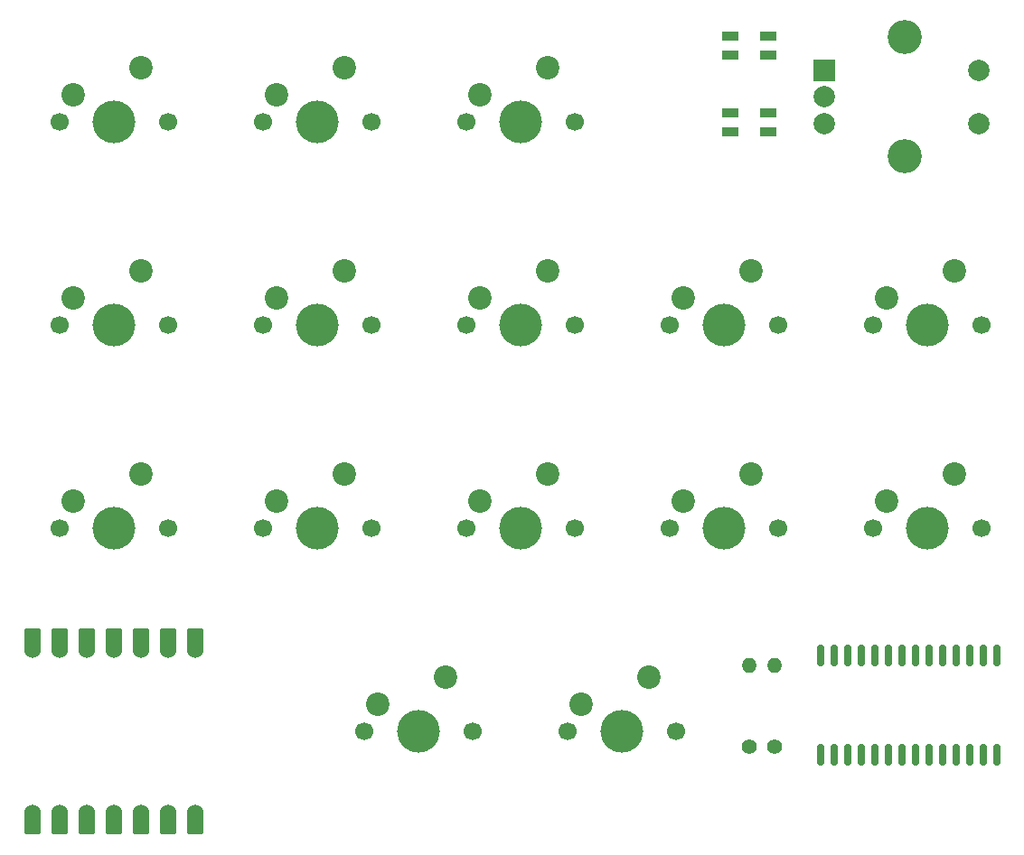
<source format=gbr>
%TF.GenerationSoftware,KiCad,Pcbnew,9.0.0*%
%TF.CreationDate,2025-04-11T15:20:30-07:00*%
%TF.ProjectId,hackpad,6861636b-7061-4642-9e6b-696361645f70,rev?*%
%TF.SameCoordinates,Original*%
%TF.FileFunction,Soldermask,Top*%
%TF.FilePolarity,Negative*%
%FSLAX46Y46*%
G04 Gerber Fmt 4.6, Leading zero omitted, Abs format (unit mm)*
G04 Created by KiCad (PCBNEW 9.0.0) date 2025-04-11 15:20:30*
%MOMM*%
%LPD*%
G01*
G04 APERTURE LIST*
G04 Aperture macros list*
%AMRoundRect*
0 Rectangle with rounded corners*
0 $1 Rounding radius*
0 $2 $3 $4 $5 $6 $7 $8 $9 X,Y pos of 4 corners*
0 Add a 4 corners polygon primitive as box body*
4,1,4,$2,$3,$4,$5,$6,$7,$8,$9,$2,$3,0*
0 Add four circle primitives for the rounded corners*
1,1,$1+$1,$2,$3*
1,1,$1+$1,$4,$5*
1,1,$1+$1,$6,$7*
1,1,$1+$1,$8,$9*
0 Add four rect primitives between the rounded corners*
20,1,$1+$1,$2,$3,$4,$5,0*
20,1,$1+$1,$4,$5,$6,$7,0*
20,1,$1+$1,$6,$7,$8,$9,0*
20,1,$1+$1,$8,$9,$2,$3,0*%
G04 Aperture macros list end*
%ADD10C,1.700000*%
%ADD11C,4.000000*%
%ADD12C,2.200000*%
%ADD13R,1.600000X0.850000*%
%ADD14C,1.400000*%
%ADD15O,1.400000X1.400000*%
%ADD16RoundRect,0.150000X0.150000X-0.875000X0.150000X0.875000X-0.150000X0.875000X-0.150000X-0.875000X0*%
%ADD17RoundRect,0.152400X-0.609600X1.063600X-0.609600X-1.063600X0.609600X-1.063600X0.609600X1.063600X0*%
%ADD18C,1.524000*%
%ADD19RoundRect,0.152400X0.609600X-1.063600X0.609600X1.063600X-0.609600X1.063600X-0.609600X-1.063600X0*%
%ADD20R,2.000000X2.000000*%
%ADD21C,2.000000*%
%ADD22C,3.200000*%
G04 APERTURE END LIST*
D10*
%TO.C,SW5*%
X99695000Y-80962500D03*
D11*
X104775000Y-80962500D03*
D10*
X109855000Y-80962500D03*
D12*
X107315000Y-75882500D03*
X100965000Y-78422500D03*
%TD*%
D10*
%TO.C,SW7*%
X118745000Y-100012500D03*
D11*
X123825000Y-100012500D03*
D10*
X128905000Y-100012500D03*
D12*
X126365000Y-94932500D03*
X120015000Y-97472500D03*
%TD*%
D10*
%TO.C,SW14*%
X156845000Y-119062500D03*
D11*
X161925000Y-119062500D03*
D10*
X167005000Y-119062500D03*
D12*
X164465000Y-113982500D03*
X158115000Y-116522500D03*
%TD*%
D10*
%TO.C,SW1*%
X99695000Y-100012500D03*
D11*
X104775000Y-100012500D03*
D10*
X109855000Y-100012500D03*
D12*
X107315000Y-94932500D03*
X100965000Y-97472500D03*
%TD*%
D10*
%TO.C,SW12*%
X118745000Y-119062500D03*
D11*
X123825000Y-119062500D03*
D10*
X128905000Y-119062500D03*
D12*
X126365000Y-113982500D03*
X120015000Y-116522500D03*
%TD*%
D10*
%TO.C,SW16*%
X128270000Y-138112500D03*
D11*
X133350000Y-138112500D03*
D10*
X138430000Y-138112500D03*
D12*
X135890000Y-133032500D03*
X129540000Y-135572500D03*
%TD*%
D10*
%TO.C,SW15*%
X109220000Y-138112500D03*
D11*
X114300000Y-138112500D03*
D10*
X119380000Y-138112500D03*
D12*
X116840000Y-133032500D03*
X110490000Y-135572500D03*
%TD*%
D10*
%TO.C,SW10*%
X80645000Y-119062500D03*
D11*
X85725000Y-119062500D03*
D10*
X90805000Y-119062500D03*
D12*
X88265000Y-113982500D03*
X81915000Y-116522500D03*
%TD*%
D10*
%TO.C,SW11*%
X156845000Y-100012500D03*
D11*
X161925000Y-100012500D03*
D10*
X167005000Y-100012500D03*
D12*
X164465000Y-94932500D03*
X158115000Y-97472500D03*
%TD*%
D13*
%TO.C,D1*%
X143506250Y-80087500D03*
X143506250Y-81837500D03*
X147006250Y-81837500D03*
X147006250Y-80087500D03*
%TD*%
D10*
%TO.C,SW2*%
X80645000Y-100012500D03*
D11*
X85725000Y-100012500D03*
D10*
X90805000Y-100012500D03*
D12*
X88265000Y-94932500D03*
X81915000Y-97472500D03*
%TD*%
D14*
%TO.C,R1*%
X147637500Y-139500000D03*
D15*
X147637500Y-131880000D03*
%TD*%
D14*
%TO.C,R2*%
X145256250Y-139541250D03*
D15*
X145256250Y-131921250D03*
%TD*%
D13*
%TO.C,D2*%
X143506250Y-72943750D03*
X143506250Y-74693750D03*
X147006250Y-74693750D03*
X147006250Y-72943750D03*
%TD*%
D10*
%TO.C,SW13*%
X137795000Y-119062500D03*
D11*
X142875000Y-119062500D03*
D10*
X147955000Y-119062500D03*
D12*
X145415000Y-113982500D03*
X139065000Y-116522500D03*
%TD*%
D10*
%TO.C,SW9*%
X99695000Y-119062500D03*
D11*
X104775000Y-119062500D03*
D10*
X109855000Y-119062500D03*
D12*
X107315000Y-113982500D03*
X100965000Y-116522500D03*
%TD*%
D10*
%TO.C,SW8*%
X137795000Y-100012500D03*
D11*
X142875000Y-100012500D03*
D10*
X147955000Y-100012500D03*
D12*
X145415000Y-94932500D03*
X139065000Y-97472500D03*
%TD*%
D10*
%TO.C,SW3*%
X118745000Y-80962500D03*
D11*
X123825000Y-80962500D03*
D10*
X128905000Y-80962500D03*
D12*
X126365000Y-75882500D03*
X120015000Y-78422500D03*
%TD*%
D10*
%TO.C,SW4*%
X80645000Y-80962500D03*
D11*
X85725000Y-80962500D03*
D10*
X90805000Y-80962500D03*
D12*
X88265000Y-75882500D03*
X81915000Y-78422500D03*
%TD*%
D16*
%TO.C,U2*%
X151923750Y-140268750D03*
X153193750Y-140268750D03*
X154463750Y-140268750D03*
X155733750Y-140268750D03*
X157003750Y-140268750D03*
X158273750Y-140268750D03*
X159543750Y-140268750D03*
X160813750Y-140268750D03*
X162083750Y-140268750D03*
X163353750Y-140268750D03*
X164623750Y-140268750D03*
X165893750Y-140268750D03*
X167163750Y-140268750D03*
X168433750Y-140268750D03*
X168433750Y-130968750D03*
X167163750Y-130968750D03*
X165893750Y-130968750D03*
X164623750Y-130968750D03*
X163353750Y-130968750D03*
X162083750Y-130968750D03*
X160813750Y-130968750D03*
X159543750Y-130968750D03*
X158273750Y-130968750D03*
X157003750Y-130968750D03*
X155733750Y-130968750D03*
X154463750Y-130968750D03*
X153193750Y-130968750D03*
X151923750Y-130968750D03*
%TD*%
D17*
%TO.C,U1*%
X78105000Y-146567500D03*
D18*
X78105000Y-145732500D03*
D17*
X80645000Y-146567500D03*
D18*
X80645000Y-145732500D03*
D17*
X83185000Y-146567500D03*
D18*
X83185000Y-145732500D03*
D17*
X85725000Y-146567500D03*
D18*
X85725000Y-145732500D03*
D17*
X88265000Y-146567500D03*
D18*
X88265000Y-145732500D03*
D17*
X90805000Y-146567500D03*
D18*
X90805000Y-145732500D03*
D17*
X93345000Y-146567500D03*
D18*
X93345000Y-145732500D03*
X93345000Y-130492500D03*
D19*
X93345000Y-129657500D03*
D18*
X90805000Y-130492500D03*
D19*
X90805000Y-129657500D03*
D18*
X88265000Y-130492500D03*
D19*
X88265000Y-129657500D03*
D18*
X85725000Y-130492500D03*
D19*
X85725000Y-129657500D03*
D18*
X83185000Y-130492500D03*
D19*
X83185000Y-129657500D03*
D18*
X80645000Y-130492500D03*
D19*
X80645000Y-129657500D03*
D18*
X78105000Y-130492500D03*
D19*
X78105000Y-129657500D03*
%TD*%
D20*
%TO.C,SW6*%
X152293750Y-76081250D03*
D21*
X152293750Y-81081250D03*
X152293750Y-78581250D03*
D22*
X159793750Y-72981250D03*
X159793750Y-84181250D03*
D21*
X166793750Y-81081250D03*
X166793750Y-76081250D03*
%TD*%
M02*

</source>
